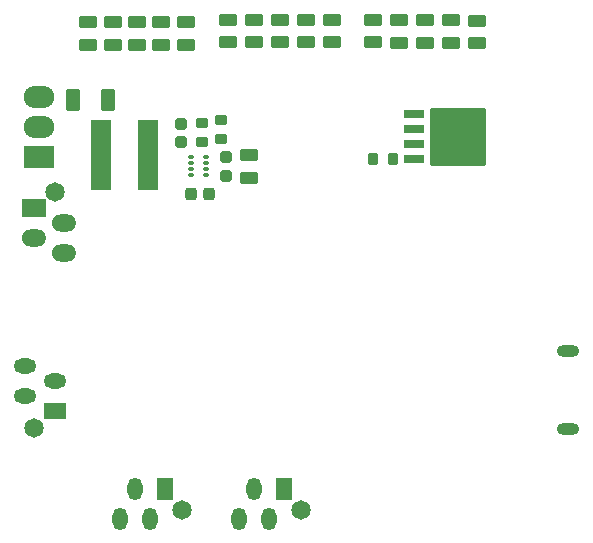
<source format=gbr>
%TF.GenerationSoftware,KiCad,Pcbnew,(6.0.7)*%
%TF.CreationDate,2022-10-31T13:10:49+02:00*%
%TF.ProjectId,DeltaX_SAGA,44656c74-6158-45f5-9341-47412e6b6963,rev?*%
%TF.SameCoordinates,Original*%
%TF.FileFunction,Soldermask,Bot*%
%TF.FilePolarity,Negative*%
%FSLAX46Y46*%
G04 Gerber Fmt 4.6, Leading zero omitted, Abs format (unit mm)*
G04 Created by KiCad (PCBNEW (6.0.7)) date 2022-10-31 13:10:49*
%MOMM*%
%LPD*%
G01*
G04 APERTURE LIST*
G04 Aperture macros list*
%AMRoundRect*
0 Rectangle with rounded corners*
0 $1 Rounding radius*
0 $2 $3 $4 $5 $6 $7 $8 $9 X,Y pos of 4 corners*
0 Add a 4 corners polygon primitive as box body*
4,1,4,$2,$3,$4,$5,$6,$7,$8,$9,$2,$3,0*
0 Add four circle primitives for the rounded corners*
1,1,$1+$1,$2,$3*
1,1,$1+$1,$4,$5*
1,1,$1+$1,$6,$7*
1,1,$1+$1,$8,$9*
0 Add four rect primitives between the rounded corners*
20,1,$1+$1,$2,$3,$4,$5,0*
20,1,$1+$1,$4,$5,$6,$7,0*
20,1,$1+$1,$6,$7,$8,$9,0*
20,1,$1+$1,$8,$9,$2,$3,0*%
G04 Aperture macros list end*
%ADD10C,1.650000*%
%ADD11RoundRect,0.050000X-0.900000X0.600000X-0.900000X-0.600000X0.900000X-0.600000X0.900000X0.600000X0*%
%ADD12O,1.900000X1.300000*%
%ADD13RoundRect,0.050000X1.000000X-0.679000X1.000000X0.679000X-1.000000X0.679000X-1.000000X-0.679000X0*%
%ADD14O,2.100000X1.458000*%
%ADD15RoundRect,0.050000X1.250000X0.875000X-1.250000X0.875000X-1.250000X-0.875000X1.250000X-0.875000X0*%
%ADD16O,2.600000X1.850000*%
%ADD17RoundRect,0.050000X-0.600000X-0.900000X0.600000X-0.900000X0.600000X0.900000X-0.600000X0.900000X0*%
%ADD18O,1.300000X1.900000*%
%ADD19O,1.900000X1.000000*%
%ADD20C,0.600000*%
%ADD21RoundRect,0.050000X0.200000X0.100000X-0.200000X0.100000X-0.200000X-0.100000X0.200000X-0.100000X0*%
%ADD22RoundRect,0.300000X0.475000X-0.250000X0.475000X0.250000X-0.475000X0.250000X-0.475000X-0.250000X0*%
%ADD23RoundRect,0.300000X-0.325000X-0.650000X0.325000X-0.650000X0.325000X0.650000X-0.325000X0.650000X0*%
%ADD24RoundRect,0.250000X-0.275000X0.200000X-0.275000X-0.200000X0.275000X-0.200000X0.275000X0.200000X0*%
%ADD25RoundRect,0.275000X0.225000X0.250000X-0.225000X0.250000X-0.225000X-0.250000X0.225000X-0.250000X0*%
%ADD26RoundRect,0.300000X-0.475000X0.250000X-0.475000X-0.250000X0.475000X-0.250000X0.475000X0.250000X0*%
%ADD27RoundRect,0.250000X0.200000X0.275000X-0.200000X0.275000X-0.200000X-0.275000X0.200000X-0.275000X0*%
%ADD28RoundRect,0.050000X0.810000X0.300000X-0.810000X0.300000X-0.810000X-0.300000X0.810000X-0.300000X0*%
%ADD29RoundRect,0.050000X2.290000X-2.400000X2.290000X2.400000X-2.290000X2.400000X-2.290000X-2.400000X0*%
%ADD30RoundRect,0.275000X0.250000X-0.225000X0.250000X0.225000X-0.250000X0.225000X-0.250000X-0.225000X0*%
%ADD31RoundRect,0.050000X0.825000X-2.900000X0.825000X2.900000X-0.825000X2.900000X-0.825000X-2.900000X0*%
%ADD32RoundRect,0.275000X-0.250000X0.225000X-0.250000X-0.225000X0.250000X-0.225000X0.250000X0.225000X0*%
G04 APERTURE END LIST*
D10*
%TO.C,J8*%
X121643700Y-124606900D03*
D11*
X123443700Y-123206900D03*
D12*
X120903700Y-121936900D03*
X123443700Y-120666900D03*
X120903700Y-119396900D03*
%TD*%
D10*
%TO.C,J6*%
X123450300Y-104601700D03*
D13*
X121650300Y-106001700D03*
D14*
X124190300Y-107271700D03*
X121650300Y-108541700D03*
X124190300Y-109811700D03*
%TD*%
D15*
%TO.C,J3*%
X122038800Y-101684200D03*
D16*
X122038800Y-99144200D03*
X122038800Y-96604200D03*
%TD*%
D10*
%TO.C,J10*%
X144230500Y-131546900D03*
D17*
X142830500Y-129746900D03*
D18*
X141560500Y-132286900D03*
X140290500Y-129746900D03*
X139020500Y-132286900D03*
%TD*%
D19*
%TO.C,J1*%
X166874400Y-118068200D03*
D20*
X166874400Y-118068200D03*
D19*
X166874400Y-124668200D03*
D20*
X166874400Y-124668200D03*
%TD*%
D10*
%TO.C,J9*%
X134136800Y-131575600D03*
D17*
X132736800Y-129775600D03*
D18*
X131466800Y-132315600D03*
X130196800Y-129775600D03*
X128926800Y-132315600D03*
%TD*%
D21*
%TO.C,U5*%
X136216600Y-101683200D03*
X136216600Y-102183200D03*
X136216600Y-102683200D03*
X136216600Y-103183200D03*
X134916600Y-103183200D03*
X134916600Y-102683200D03*
X134916600Y-102183200D03*
X134916600Y-101683200D03*
%TD*%
D22*
%TO.C,C38*%
X126234400Y-92183600D03*
X126234400Y-90283600D03*
%TD*%
D23*
%TO.C,C27*%
X124962600Y-96882600D03*
X127912600Y-96882600D03*
%TD*%
D22*
%TO.C,C31*%
X144674800Y-91955000D03*
X144674800Y-90055000D03*
%TD*%
D24*
%TO.C,R1*%
X135818800Y-98759200D03*
X135818800Y-100409200D03*
%TD*%
D22*
%TO.C,C22*%
X146884600Y-91980400D03*
X146884600Y-90080400D03*
%TD*%
D25*
%TO.C,C26*%
X136483600Y-104807400D03*
X134933600Y-104807400D03*
%TD*%
D22*
%TO.C,C20*%
X132406600Y-92183600D03*
X132406600Y-90283600D03*
%TD*%
D26*
%TO.C,C23*%
X139798000Y-101520600D03*
X139798000Y-103420600D03*
%TD*%
D22*
%TO.C,C32*%
X128291800Y-92183600D03*
X128291800Y-90283600D03*
%TD*%
D27*
%TO.C,R3*%
X152013800Y-101884200D03*
X150363800Y-101884200D03*
%TD*%
D22*
%TO.C,C17*%
X138020000Y-91955000D03*
X138020000Y-90055000D03*
%TD*%
%TO.C,C14*%
X154754600Y-92003800D03*
X154754600Y-90103800D03*
%TD*%
%TO.C,C29*%
X130349200Y-92183600D03*
X130349200Y-90283600D03*
%TD*%
D28*
%TO.C,Q1*%
X153845200Y-98047650D03*
X153845200Y-99317650D03*
X153845200Y-100587650D03*
X153845200Y-101857650D03*
D29*
X157555200Y-99952650D03*
%TD*%
D24*
%TO.C,R2*%
X137498800Y-98519200D03*
X137498800Y-100169200D03*
%TD*%
D22*
%TO.C,C36*%
X150309600Y-91973400D03*
X150309600Y-90073400D03*
%TD*%
%TO.C,C30*%
X156964400Y-92014000D03*
X156964400Y-90114000D03*
%TD*%
D30*
%TO.C,C25*%
X134118800Y-100429200D03*
X134118800Y-98879200D03*
%TD*%
D31*
%TO.C,L1*%
X131312600Y-101532600D03*
X127274000Y-101507200D03*
%TD*%
D32*
%TO.C,C24*%
X137867600Y-101695600D03*
X137867600Y-103245600D03*
%TD*%
D22*
%TO.C,C35*%
X134464000Y-92183600D03*
X134464000Y-90283600D03*
%TD*%
%TO.C,C34*%
X140255200Y-91955000D03*
X140255200Y-90055000D03*
%TD*%
%TO.C,C33*%
X159148800Y-92024200D03*
X159148800Y-90124200D03*
%TD*%
%TO.C,C21*%
X152544800Y-92003800D03*
X152544800Y-90103800D03*
%TD*%
%TO.C,C37*%
X142465000Y-91955000D03*
X142465000Y-90055000D03*
%TD*%
M02*

</source>
